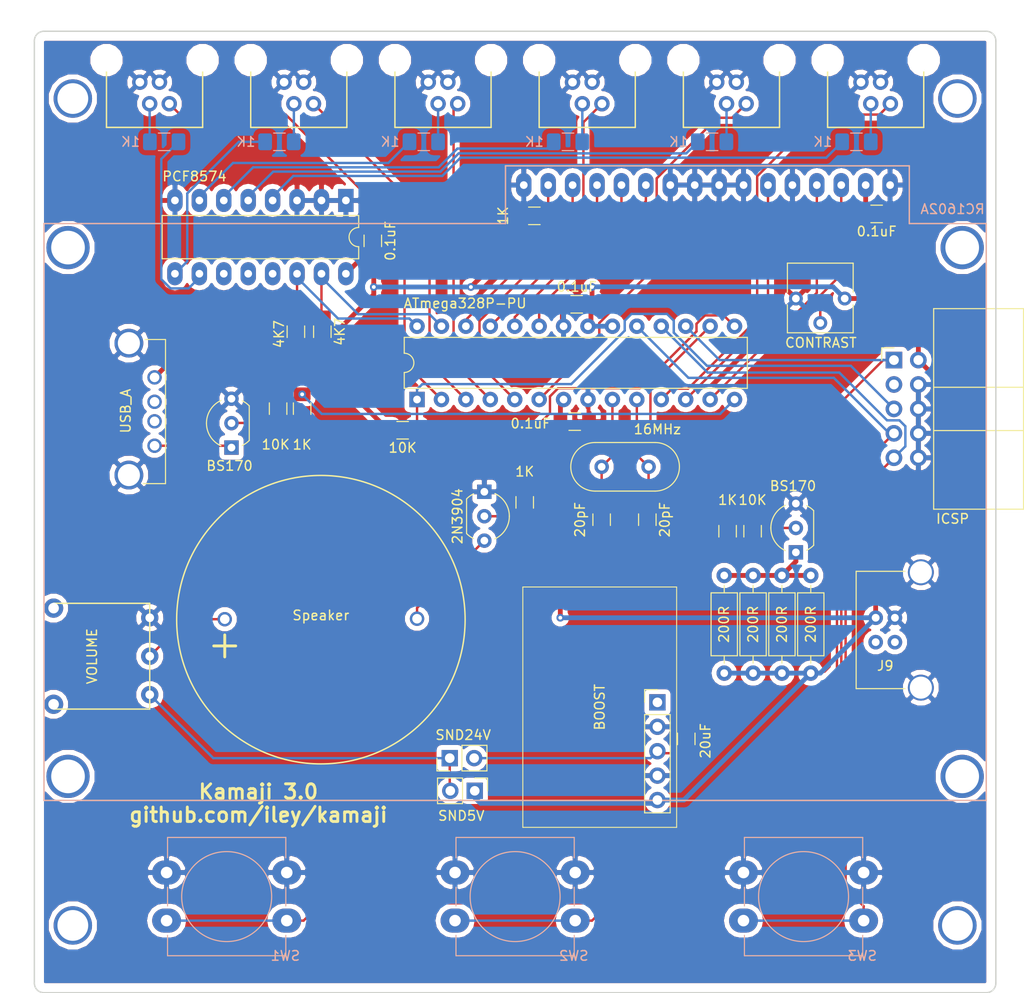
<source format=kicad_pcb>
(kicad_pcb (version 20171130) (host pcbnew "(5.0.1-3-g963ef8bb5)")
  (layers (0 F.Cu signal) (31 B.Cu signal) (34 B.Paste user) (35 F.Paste user) (36 B.SilkS user) (37 F.SilkS user) (38 B.Mask user) (39 F.Mask user) (44 Edge.Cuts user))
  (net 0 "")
  (net 1 VCC)
  (net 2 GND)
  (net 3 /XTAL1)
  (net 4 /XTAL2)
  (net 5 +24V)
  (net 6 /PBTN1)
  (net 7 "Net-(J1-Pad2)")
  (net 8 /CBTN2)
  (net 9 /CBTN3)
  (net 10 /CBTN1)
  (net 11 /RST)
  (net 12 "Net-(J3-Pad2)")
  (net 13 /PBTN2)
  (net 14 /PBTN3)
  (net 15 "Net-(J4-Pad2)")
  (net 16 "Net-(J5-Pad2)")
  (net 17 /PBTN4)
  (net 18 /PBTN5)
  (net 19 "Net-(J6-Pad2)")
  (net 20 "Net-(J7-Pad2)")
  (net 21 /PBTN6)
  (net 22 "Net-(J10-Pad4)")
  (net 23 "Net-(JP1-Pad1)")
  (net 24 "Net-(LS1-Pad2)")
  (net 25 "Net-(LS1-Pad1)")
  (net 26 "Net-(Q1-Pad2)")
  (net 27 "Net-(Q1-Pad1)")
  (net 28 "Net-(Q2-Pad2)")
  (net 29 "Net-(Q3-Pad2)")
  (net 30 /PLED1)
  (net 31 /PLED2)
  (net 32 /PLED3)
  (net 33 /PLED4)
  (net 34 /SDA)
  (net 35 /SCL)
  (net 36 /PLED5)
  (net 37 /PLED6)
  (net 38 "Net-(R10-Pad1)")
  (net 39 /LOAD)
  (net 40 /SPK)
  (net 41 /LAMP)
  (net 42 "Net-(RV1-Pad2)")
  (net 43 /LCD0)
  (net 44 /LCD1)
  (net 45 /LCD2)
  (net 46 /LCDRS)
  (net 47 /LCD3)
  (net 48 /LCDE)
  (module kamaji:Drill_Hole_M3 (layer F.Cu) (at 54 143)
    (fp_text reference REF** hide)
    (fp_text value 1pin)
    (pad "" np_thru_hole circle (at 0 0) (size 4 4) (drill 3.2) (layers *.Cu *.Mask))
  )
  (module kamaji:Drill_Hole_M3 (layer F.Cu) (at 146 57)
    (fp_text reference REF** hide)
    (fp_text value 1pin)
    (pad "" np_thru_hole circle (at 0 0) (size 4 4) (drill 3.2) (layers *.Cu *.Mask))
  )
  (module kamaji:Drill_Hole_M3 (layer F.Cu) (at 146 143)
    (fp_text reference REF** hide)
    (fp_text value 1pin)
    (pad "" np_thru_hole circle (at 0 0) (size 4 4) (drill 3.2) (layers *.Cu *.Mask))
  )
  (module kamaji:RJ10 (layer F.Cu) (at 137.5 47 180)
    (fp_text reference J1)
    (fp_text value RJ10)
    (pad "" np_thru_hole circle (at -5 -6 180) (size 2.36 2.36) (drill 2.36) (layers *.Cu *.Mask))
    (pad "" np_thru_hole circle (at 5 -6 180) (size 2.36 2.36) (drill 2.36) (layers *.Cu *.Mask))
    (pad 4 thru_hole circle (at -1.53 -10.54 180) (size 1.6 1.6) (drill 0.9) (layers *.Cu *.Mask) (net 6 /PBTN1))
    (pad 3 thru_hole circle (at -0.51 -8.3 180) (size 1.6 1.6) (drill 0.9) (layers *.Cu *.Mask) (net 2 GND))
    (pad 2 thru_hole circle (at 0.51 -10.54 180) (size 1.6 1.6) (drill 0.9) (layers *.Cu *.Mask) (net 7 "Net-(J1-Pad2)"))
    (pad 1 thru_hole circle (at 1.53 -8.3 180) (size 1.6 1.6) (drill 0.9) (layers *.Cu *.Mask) (net 2 GND))
  )
  (module kamaji:RJ10 (layer F.Cu) (at 122.5 47 180)
    (fp_text reference J3)
    (fp_text value RJ10)
    (pad 1 thru_hole circle (at 1.53 -8.3 180) (size 1.6 1.6) (drill 0.9) (layers *.Cu *.Mask) (net 2 GND))
    (pad 2 thru_hole circle (at 0.51 -10.54 180) (size 1.6 1.6) (drill 0.9) (layers *.Cu *.Mask) (net 12 "Net-(J3-Pad2)"))
    (pad 3 thru_hole circle (at -0.51 -8.3 180) (size 1.6 1.6) (drill 0.9) (layers *.Cu *.Mask) (net 2 GND))
    (pad 4 thru_hole circle (at -1.53 -10.54 180) (size 1.6 1.6) (drill 0.9) (layers *.Cu *.Mask) (net 13 /PBTN2))
    (pad "" np_thru_hole circle (at 5 -6 180) (size 2.36 2.36) (drill 2.36) (layers *.Cu *.Mask))
    (pad "" np_thru_hole circle (at -5 -6 180) (size 2.36 2.36) (drill 2.36) (layers *.Cu *.Mask))
  )
  (module kamaji:RJ10 (layer F.Cu) (at 107.5 47 180)
    (fp_text reference J4)
    (fp_text value RJ10)
    (pad "" np_thru_hole circle (at -5 -6 180) (size 2.36 2.36) (drill 2.36) (layers *.Cu *.Mask))
    (pad "" np_thru_hole circle (at 5 -6 180) (size 2.36 2.36) (drill 2.36) (layers *.Cu *.Mask))
    (pad 4 thru_hole circle (at -1.53 -10.54 180) (size 1.6 1.6) (drill 0.9) (layers *.Cu *.Mask) (net 14 /PBTN3))
    (pad 3 thru_hole circle (at -0.51 -8.3 180) (size 1.6 1.6) (drill 0.9) (layers *.Cu *.Mask) (net 2 GND))
    (pad 2 thru_hole circle (at 0.51 -10.54 180) (size 1.6 1.6) (drill 0.9) (layers *.Cu *.Mask) (net 15 "Net-(J4-Pad2)"))
    (pad 1 thru_hole circle (at 1.53 -8.3 180) (size 1.6 1.6) (drill 0.9) (layers *.Cu *.Mask) (net 2 GND))
  )
  (module kamaji:RJ10 (layer F.Cu) (at 92.5 47 180)
    (fp_text reference J5)
    (fp_text value RJ10)
    (pad 1 thru_hole circle (at 1.53 -8.3 180) (size 1.6 1.6) (drill 0.9) (layers *.Cu *.Mask) (net 2 GND))
    (pad 2 thru_hole circle (at 0.51 -10.54 180) (size 1.6 1.6) (drill 0.9) (layers *.Cu *.Mask) (net 16 "Net-(J5-Pad2)"))
    (pad 3 thru_hole circle (at -0.51 -8.3 180) (size 1.6 1.6) (drill 0.9) (layers *.Cu *.Mask) (net 2 GND))
    (pad 4 thru_hole circle (at -1.53 -10.54 180) (size 1.6 1.6) (drill 0.9) (layers *.Cu *.Mask) (net 17 /PBTN4))
    (pad "" np_thru_hole circle (at 5 -6 180) (size 2.36 2.36) (drill 2.36) (layers *.Cu *.Mask))
    (pad "" np_thru_hole circle (at -5 -6 180) (size 2.36 2.36) (drill 2.36) (layers *.Cu *.Mask))
  )
  (module kamaji:RJ10 (layer F.Cu) (at 77.5 47 180)
    (fp_text reference J6)
    (fp_text value RJ10)
    (pad "" np_thru_hole circle (at -5 -6 180) (size 2.36 2.36) (drill 2.36) (layers *.Cu *.Mask))
    (pad "" np_thru_hole circle (at 5 -6 180) (size 2.36 2.36) (drill 2.36) (layers *.Cu *.Mask))
    (pad 4 thru_hole circle (at -1.53 -10.54 180) (size 1.6 1.6) (drill 0.9) (layers *.Cu *.Mask) (net 18 /PBTN5))
    (pad 3 thru_hole circle (at -0.51 -8.3 180) (size 1.6 1.6) (drill 0.9) (layers *.Cu *.Mask) (net 2 GND))
    (pad 2 thru_hole circle (at 0.51 -10.54 180) (size 1.6 1.6) (drill 0.9) (layers *.Cu *.Mask) (net 19 "Net-(J6-Pad2)"))
    (pad 1 thru_hole circle (at 1.53 -8.3 180) (size 1.6 1.6) (drill 0.9) (layers *.Cu *.Mask) (net 2 GND))
  )
  (module kamaji:RJ10 (layer F.Cu) (at 62.5 47 180)
    (fp_text reference J7)
    (fp_text value RJ10)
    (pad 1 thru_hole circle (at 1.53 -8.3 180) (size 1.6 1.6) (drill 0.9) (layers *.Cu *.Mask) (net 2 GND))
    (pad 2 thru_hole circle (at 0.51 -10.54 180) (size 1.6 1.6) (drill 0.9) (layers *.Cu *.Mask) (net 20 "Net-(J7-Pad2)"))
    (pad 3 thru_hole circle (at -0.51 -8.3 180) (size 1.6 1.6) (drill 0.9) (layers *.Cu *.Mask) (net 2 GND))
    (pad 4 thru_hole circle (at -1.53 -10.54 180) (size 1.6 1.6) (drill 0.9) (layers *.Cu *.Mask) (net 21 /PBTN6))
    (pad "" np_thru_hole circle (at 5 -6 180) (size 2.36 2.36) (drill 2.36) (layers *.Cu *.Mask))
    (pad "" np_thru_hole circle (at -5 -6 180) (size 2.36 2.36) (drill 2.36) (layers *.Cu *.Mask))
  )
  (module kamaji:DD1718PA (layer F.Cu) (at 114.8 119.8)
    (fp_text reference J8)
    (fp_text value BOOST (at -6 0.5 90) (layer F.SilkS))
    (pad 1 thru_hole rect (at 0 0) (size 1.7 1.7) (drill 1) (layers *.Cu *.Mask))
    (pad 2 thru_hole oval (at 0 2.54) (size 1.7 1.7) (drill 1) (layers *.Cu *.Mask) (net 2 GND))
    (pad 3 thru_hole oval (at 0 5.08) (size 1.7 1.7) (drill 1) (layers *.Cu *.Mask) (net 5 +24V))
    (pad 4 thru_hole oval (at 0 7.62) (size 1.7 1.7) (drill 1) (layers *.Cu *.Mask) (net 2 GND))
    (pad 5 thru_hole oval (at 0 10.16) (size 1.7 1.7) (drill 1) (layers *.Cu *.Mask) (net 1 VCC))
  )
  (module kamaji:USB_B (layer F.Cu) (at 137.5 111)
    (fp_text reference J9 (at 1 5 -180) (layer F.SilkS))
    (fp_text value USB_B)
    (pad 2 thru_hole circle (at 0 2.54 270) (size 1.52 1.52) (drill 0.81) (layers *.Cu *.Mask))
    (pad 1 thru_hole circle (at 0 0 270) (size 1.52 1.52) (drill 0.81) (layers *.Cu *.Mask) (net 1 VCC))
    (pad 4 thru_hole circle (at 2 0 270) (size 1.52 1.52) (drill 0.81) (layers *.Cu *.Mask) (net 2 GND))
    (pad 3 thru_hole circle (at 2 2.54 270) (size 1.52 1.52) (drill 0.81) (layers *.Cu *.Mask))
    (pad 5 thru_hole circle (at 4.7 7.27 270) (size 2.7 2.7) (drill 2.3) (layers *.Cu *.Mask) (net 2 GND))
    (pad 5 thru_hole circle (at 4.7 -4.73 270) (size 2.7 2.7) (drill 2.3) (layers *.Cu *.Mask) (net 2 GND))
  )
  (module kamaji:USB_A (layer F.Cu) (at 62.5 86 270)
    (fp_text reference J10 hide)
    (fp_text value USB_A (at 3.5 3 270) (layer F.SilkS))
    (pad 4 thru_hole circle (at 7.11 0 180) (size 1.5 1.5) (drill 1) (layers *.Cu *.Mask) (net 22 "Net-(J10-Pad4)"))
    (pad 3 thru_hole circle (at 4.57 0 180) (size 1.5 1.5) (drill 1) (layers *.Cu *.Mask))
    (pad 2 thru_hole circle (at 2.54 0 180) (size 1.5 1.5) (drill 1) (layers *.Cu *.Mask))
    (pad 1 thru_hole circle (at 0 0 180) (size 1.5 1.5) (drill 1) (layers *.Cu *.Mask) (net 1 VCC))
    (pad 5 thru_hole circle (at 10.16 2.67 180) (size 3 3) (drill 2.3) (layers *.Cu *.Mask) (net 2 GND))
    (pad 5 thru_hole circle (at -3.56 2.67 180) (size 3 3) (drill 2.3) (layers *.Cu *.Mask) (net 2 GND))
  )
  (module Connector_PinHeader_2.54mm:PinHeader_1x02_P2.54mm_Vertical (layer F.Cu) (at 93.2 125.6 90)
    (fp_text reference JP1 hide)
    (fp_text value SND24V (at 2.4 1.4 180) (layer F.SilkS))
    (pad 2 thru_hole oval (at 0 2.54 90) (size 1.7 1.7) (drill 1) (layers *.Cu *.Mask) (net 5 +24V))
    (pad 1 thru_hole rect (at 0 0 90) (size 1.7 1.7) (drill 1) (layers *.Cu *.Mask) (net 23 "Net-(JP1-Pad1)"))
  )
  (module Connector_PinHeader_2.54mm:PinHeader_1x02_P2.54mm_Vertical (layer F.Cu) (at 95.8 129 270)
    (fp_text reference JP2 hide)
    (fp_text value SND5V (at 2.6 1.4) (layer F.SilkS))
    (pad 1 thru_hole rect (at 0 0 270) (size 1.7 1.7) (drill 1) (layers *.Cu *.Mask) (net 1 VCC))
    (pad 2 thru_hole oval (at 0 2.54 270) (size 1.7 1.7) (drill 1) (layers *.Cu *.Mask) (net 23 "Net-(JP1-Pad1)"))
  )
  (module kamaji:Buzzer_ARIO_98dB (layer F.Cu) (at 79.8 111.2)
    (fp_text reference LS1 hide)
    (fp_text value Speaker (at 0 -0.45) (layer F.SilkS))
    (fp_text user + (at -10 2.5) (layer F.SilkS) (effects (font (size 3 3) (thickness 0.3))))
    (pad 2 thru_hole circle (at 10 -0.1) (size 1.5 1.5) (drill 1) (layers *.Cu *.Mask) (net 24 "Net-(LS1-Pad2)"))
    (pad 1 thru_hole circle (at -10 -0.05) (size 1.5 1.5) (drill 1) (layers *.Cu *.Mask) (net 25 "Net-(LS1-Pad1)"))
  )
  (module Resistor_THT:R_Axial_DIN0207_L6.3mm_D2.5mm_P10.16mm_Horizontal (layer F.Cu) (at 130.75 106.6 270)
    (fp_text reference R14 hide)
    (fp_text value 200R (at 5.08 0 270) (layer F.SilkS))
    (pad 2 thru_hole oval (at 10.16 0 270) (size 1.6 1.6) (drill 0.8) (layers *.Cu *.Mask) (net 1 VCC))
    (pad 1 thru_hole circle (at 0 0 270) (size 1.6 1.6) (drill 0.8) (layers *.Cu *.Mask) (net 27 "Net-(Q1-Pad1)"))
  )
  (module Resistor_THT:R_Axial_DIN0207_L6.3mm_D2.5mm_P10.16mm_Horizontal (layer F.Cu) (at 121.75 106.6 270)
    (fp_text reference R15 hide)
    (fp_text value 200R (at 5.08 0.024999 270) (layer F.SilkS))
    (pad 2 thru_hole oval (at 10.16 0 270) (size 1.6 1.6) (drill 0.8) (layers *.Cu *.Mask) (net 1 VCC))
    (pad 1 thru_hole circle (at 0 0 270) (size 1.6 1.6) (drill 0.8) (layers *.Cu *.Mask) (net 27 "Net-(Q1-Pad1)"))
  )
  (module Resistor_THT:R_Axial_DIN0207_L6.3mm_D2.5mm_P10.16mm_Horizontal (layer F.Cu) (at 127.75 106.6 270)
    (fp_text reference R16 hide)
    (fp_text value 200R (at 5.08 0 270) (layer F.SilkS))
    (pad 2 thru_hole oval (at 10.16 0 270) (size 1.6 1.6) (drill 0.8) (layers *.Cu *.Mask) (net 1 VCC))
    (pad 1 thru_hole circle (at 0 0 270) (size 1.6 1.6) (drill 0.8) (layers *.Cu *.Mask) (net 27 "Net-(Q1-Pad1)"))
  )
  (module Resistor_THT:R_Axial_DIN0207_L6.3mm_D2.5mm_P10.16mm_Horizontal (layer F.Cu) (at 124.75 106.6 270)
    (fp_text reference R17 hide)
    (fp_text value 200R (at 5.08 0 270) (layer F.SilkS))
    (pad 1 thru_hole circle (at 0 0 270) (size 1.6 1.6) (drill 0.8) (layers *.Cu *.Mask) (net 27 "Net-(Q1-Pad1)"))
    (pad 2 thru_hole oval (at 10.16 0 270) (size 1.6 1.6) (drill 0.8) (layers *.Cu *.Mask) (net 1 VCC))
  )
  (module Potentiometer_THT:Potentiometer_Vishay_T73YP_Vertical (layer F.Cu) (at 129.2 77.8 270)
    (fp_text reference RV1 hide)
    (fp_text value CONTRAST (at 4.6 -2.6) (layer F.SilkS))
    (pad 3 thru_hole circle (at 0 -5.08 270) (size 1.44 1.44) (drill 0.8) (layers *.Cu *.Mask) (net 1 VCC))
    (pad 2 thru_hole circle (at 2.54 -2.54 270) (size 1.44 1.44) (drill 0.8) (layers *.Cu *.Mask) (net 42 "Net-(RV1-Pad2)"))
    (pad 1 thru_hole circle (at 0 0 270) (size 1.44 1.44) (drill 0.8) (layers *.Cu *.Mask) (net 2 GND))
  )
  (module kamaji:Potentiometer_Wheel_16mm (layer F.Cu) (at 56 115 90)
    (fp_text reference RV2 hide)
    (fp_text value VOLUME (at 0 0 90) (layer F.SilkS))
    (pad 1 thru_hole circle (at -4 6 90) (size 1.8 1.8) (drill 0.9) (layers *.Cu *.Mask) (net 23 "Net-(JP1-Pad1)"))
    (pad 2 thru_hole circle (at 0 6 90) (size 1.8 1.8) (drill 0.9) (layers *.Cu *.Mask) (net 25 "Net-(LS1-Pad1)"))
    (pad 3 thru_hole circle (at 4 6 90) (size 1.8 1.8) (drill 0.9) (layers *.Cu *.Mask) (net 2 GND))
    (pad "" np_thru_hole circle (at -5 -4 90) (size 2 2) (drill 1.1) (layers *.Cu *.Mask))
    (pad "" np_thru_hole circle (at 5 -4 90) (size 2 2) (drill 1.1) (layers *.Cu *.Mask))
  )
  (module kamaji:Pushbutton_12mm (layer B.Cu) (at 70 140)
    (fp_text reference SW1 (at 6.1 6.16) (layer B.SilkS) (effects (justify mirror)))
    (fp_text value CTL1)
    (pad 1 thru_hole oval (at 6.25 2.5) (size 3 2.5) (drill 1.2) (layers *.Cu *.Mask) (net 10 /CBTN1))
    (pad 2 thru_hole oval (at 6.25 -2.5) (size 3 2.5) (drill 1.2) (layers *.Cu *.Mask) (net 2 GND))
    (pad 1 thru_hole oval (at -6.25 2.5) (size 3 2.5) (drill 1.2) (layers *.Cu *.Mask) (net 10 /CBTN1))
    (pad 2 thru_hole oval (at -6.25 -2.5) (size 3 2.5) (drill 1.2) (layers *.Cu *.Mask) (net 2 GND))
  )
  (module kamaji:Pushbutton_12mm (layer B.Cu) (at 100 140)
    (fp_text reference SW2 (at 6.1 6.16) (layer B.SilkS) (effects (justify mirror)))
    (fp_text value CTL2)
    (pad 2 thru_hole oval (at -6.25 -2.5) (size 3 2.5) (drill 1.2) (layers *.Cu *.Mask) (net 2 GND))
    (pad 1 thru_hole oval (at -6.25 2.5) (size 3 2.5) (drill 1.2) (layers *.Cu *.Mask) (net 8 /CBTN2))
    (pad 2 thru_hole oval (at 6.25 -2.5) (size 3 2.5) (drill 1.2) (layers *.Cu *.Mask) (net 2 GND))
    (pad 1 thru_hole oval (at 6.25 2.5) (size 3 2.5) (drill 1.2) (layers *.Cu *.Mask) (net 8 /CBTN2))
  )
  (module kamaji:Pushbutton_12mm (layer B.Cu) (at 130 140)
    (fp_text reference SW3 (at 6.1 6.16) (layer B.SilkS) (effects (justify mirror)))
    (fp_text value CTL3)
    (pad 1 thru_hole oval (at 6.25 2.5) (size 3 2.5) (drill 1.2) (layers *.Cu *.Mask) (net 9 /CBTN3))
    (pad 2 thru_hole oval (at 6.25 -2.5) (size 3 2.5) (drill 1.2) (layers *.Cu *.Mask) (net 2 GND))
    (pad 1 thru_hole oval (at -6.25 2.5) (size 3 2.5) (drill 1.2) (layers *.Cu *.Mask) (net 9 /CBTN3))
    (pad 2 thru_hole oval (at -6.25 -2.5) (size 3 2.5) (drill 1.2) (layers *.Cu *.Mask) (net 2 GND))
  )
  (module Package_DIP:DIP-28_W7.62mm (layer F.Cu) (at 89.8 88.3 90)
    (fp_text reference U1 hide)
    (fp_text value ATmega328P-PU (at 10 5 180) (layer F.SilkS))
    (pad 1 thru_hole rect (at 0 0 90) (size 1.6 1.6) (drill 0.8) (layers *.Cu *.Mask) (net 11 /RST))
    (pad 15 thru_hole oval (at 7.62 33.02 90) (size 1.6 1.6) (drill 0.8) (layers *.Cu *.Mask) (net 40 /SPK))
    (pad 2 thru_hole oval (at 0 2.54 90) (size 1.6 1.6) (drill 0.8) (layers *.Cu *.Mask) (net 21 /PBTN6))
    (pad 16 thru_hole oval (at 7.62 30.48 90) (size 1.6 1.6) (drill 0.8) (layers *.Cu *.Mask) (net 39 /LOAD))
    (pad 3 thru_hole oval (at 0 5.08 90) (size 1.6 1.6) (drill 0.8) (layers *.Cu *.Mask) (net 18 /PBTN5))
    (pad 17 thru_hole oval (at 7.62 27.94 90) (size 1.6 1.6) (drill 0.8) (layers *.Cu *.Mask) (net 10 /CBTN1))
    (pad 4 thru_hole oval (at 0 7.62 90) (size 1.6 1.6) (drill 0.8) (layers *.Cu *.Mask) (net 17 /PBTN4))
    (pad 18 thru_hole oval (at 7.62 25.4 90) (size 1.6 1.6) (drill 0.8) (layers *.Cu *.Mask) (net 9 /CBTN3))
    (pad 5 thru_hole oval (at 0 10.16 90) (size 1.6 1.6) (drill 0.8) (layers *.Cu *.Mask) (net 14 /PBTN3))
    (pad 19 thru_hole oval (at 7.62 22.86 90) (size 1.6 1.6) (drill 0.8) (layers *.Cu *.Mask) (net 8 /CBTN2))
    (pad 6 thru_hole oval (at 0 12.7 90) (size 1.6 1.6) (drill 0.8) (layers *.Cu *.Mask) (net 13 /PBTN2))
    (pad 20 thru_hole oval (at 7.62 20.32 90) (size 1.6 1.6) (drill 0.8) (layers *.Cu *.Mask) (net 1 VCC))
    (pad 7 thru_hole oval (at 0 15.24 90) (size 1.6 1.6) (drill 0.8) (layers *.Cu *.Mask) (net 1 VCC))
    (pad 21 thru_hole oval (at 7.62 17.78 90) (size 1.6 1.6) (drill 0.8) (layers *.Cu *.Mask) (net 1 VCC))
    (pad 8 thru_hole oval (at 0 17.78 90) (size 1.6 1.6) (drill 0.8) (layers *.Cu *.Mask) (net 2 GND))
    (pad 22 thru_hole oval (at 7.62 15.24 90) (size 1.6 1.6) (drill 0.8) (layers *.Cu *.Mask) (net 2 GND))
    (pad 9 thru_hole oval (at 0 20.32 90) (size 1.6 1.6) (drill 0.8) (layers *.Cu *.Mask) (net 3 /XTAL1))
    (pad 23 thru_hole oval (at 7.62 12.7 90) (size 1.6 1.6) (drill 0.8) (layers *.Cu *.Mask) (net 43 /LCD0))
    (pad 10 thru_hole oval (at 0 22.86 90) (size 1.6 1.6) (drill 0.8) (layers *.Cu *.Mask) (net 4 /XTAL2))
    (pad 24 thru_hole oval (at 7.62 10.16 90) (size 1.6 1.6) (drill 0.8) (layers *.Cu *.Mask) (net 44 /LCD1))
    (pad 11 thru_hole oval (at 0 25.4 90) (size 1.6 1.6) (drill 0.8) (layers *.Cu *.Mask) (net 6 /PBTN1))
    (pad 25 thru_hole oval (at 7.62 7.62 90) (size 1.6 1.6) (drill 0.8) (layers *.Cu *.Mask) (net 45 /LCD2))
    (pad 12 thru_hole oval (at 0 27.94 90) (size 1.6 1.6) (drill 0.8) (layers *.Cu *.Mask) (net 48 /LCDE))
    (pad 26 thru_hole oval (at 7.62 5.08 90) (size 1.6 1.6) (drill 0.8) (layers *.Cu *.Mask) (net 47 /LCD3))
    (pad 13 thru_hole oval (at 0 30.48 90) (size 1.6 1.6) (drill 0.8) (layers *.Cu *.Mask) (net 46 /LCDRS))
    (pad 27 thru_hole oval (at 7.62 2.54 90) (size 1.6 1.6) (drill 0.8) (layers *.Cu *.Mask) (net 34 /SDA))
    (pad 14 thru_hole oval (at 0 33.02 90) (size 1.6 1.6) (drill 0.8) (layers *.Cu *.Mask) (net 41 /LAMP))
    (pad 28 thru_hole oval (at 7.62 0 90) (size 1.6 1.6) (drill 0.8) (layers *.Cu *.Mask) (net 35 /SCL))
  )
  (module Package_DIP:DIP-16_W7.62mm_LongPads (layer F.Cu) (at 82.4 67.6 270)
    (fp_text reference U2 hide)
    (fp_text value PCF8574 (at -2.5 15.75) (layer F.SilkS))
    (pad 1 thru_hole rect (at 0 0 270) (size 2.4 1.6) (drill 0.8) (layers *.Cu *.Mask) (net 2 GND))
    (pad 9 thru_hole oval (at 7.62 17.78 270) (size 2.4 1.6) (drill 0.8) (layers *.Cu *.Mask) (net 36 /PLED5))
    (pad 2 thru_hole oval (at 0 2.54 270) (size 2.4 1.6) (drill 0.8) (layers *.Cu *.Mask) (net 2 GND))
    (pad 10 thru_hole oval (at 7.62 15.24 270) (size 2.4 1.6) (drill 0.8) (layers *.Cu *.Mask) (net 37 /PLED6))
    (pad 3 thru_hole oval (at 0 5.08 270) (size 2.4 1.6) (drill 0.8) (layers *.Cu *.Mask) (net 2 GND))
    (pad 11 thru_hole oval (at 7.62 12.7 270) (size 2.4 1.6) (drill 0.8) (layers *.Cu *.Mask))
    (pad 4 thru_hole oval (at 0 7.62 270) (size 2.4 1.6) (drill 0.8) (layers *.Cu *.Mask) (net 30 /PLED1))
    (pad 12 thru_hole oval (at 7.62 10.16 270) (size 2.4 1.6) (drill 0.8) (layers *.Cu *.Mask))
    (pad 5 thru_hole oval (at 0 10.16 270) (size 2.4 1.6) (drill 0.8) (layers *.Cu *.Mask) (net 31 /PLED2))
    (pad 13 thru_hole oval (at 7.62 7.62 270) (size 2.4 1.6) (drill 0.8) (layers *.Cu *.Mask))
    (pad 6 thru_hole oval (at 0 12.7 270) (size 2.4 1.6) (drill 0.8) (layers *.Cu *.Mask) (net 32 /PLED3))
    (pad 14 thru_hole oval (at 7.62 5.08 270) (size 2.4 1.6) (drill 0.8) (layers *.Cu *.Mask) (net 35 /SCL))
    (pad 7 thru_hole oval (at 0 15.24 270) (size 2.4 1.6) (drill 0.8) (layers *.Cu *.Mask) (net 33 /PLED4))
    (pad 15 thru_hole oval (at 7.62 2.54 270) (size 2.4 1.6) (drill 0.8) (layers *.Cu *.Mask) (net 34 /SDA))
    (pad 8 thru_hole oval (at 0 17.78 270) (size 2.4 1.6) (drill 0.8) (layers *.Cu *.Mask) (net 2 GND))
    (pad 16 thru_hole oval (at 7.62 0 270) (size 2.4 1.6) (drill 0.8) (layers *.Cu *.Mask) (net 1 VCC))
  )
  (module kamaji:LCD2004 (layer B.Cu) (at 139 72 180)
    (fp_text reference U3)
    (fp_text value RC1602A (at -6.5 3.5 180) (layer B.SilkS) (effects (justify mirror)))
    (pad 1 thru_hole oval (at 0 6 180) (size 1.6 2.5) (drill 0.8) (layers *.Cu *.Mask) (net 2 GND))
    (pad 2 thru_hole oval (at 2.54 6 180) (size 1.6 2.5) (drill 0.8) (layers *.Cu *.Mask) (net 1 VCC))
    (pad 3 thru_hole oval (at 5.08 6 180) (size 1.6 2.5) (drill 0.8) (layers *.Cu *.Mask) (net 42 "Net-(RV1-Pad2)"))
    (pad 4 thru_hole oval (at 7.62 6 180) (size 1.6 2.5) (drill 0.8) (layers *.Cu *.Mask) (net 46 /LCDRS))
    (pad 5 thru_hole oval (at 10.16 6 180) (size 1.6 2.5) (drill 0.8) (layers *.Cu *.Mask) (net 2 GND))
    (pad 6 thru_hole oval (at 12.7 6 180) (size 1.6 2.5) (drill 0.8) (layers *.Cu *.Mask) (net 48 /LCDE))
    (pad 7 thru_hole oval (at 15.24 6 180) (size 1.6 2.5) (drill 0.8) (layers *.Cu *.Mask) (net 2 GND))
    (pad 8 thru_hole oval (at 17.78 6 180) (size 1.6 2.5) (drill 0.8) (layers *.Cu *.Mask) (net 2 GND))
    (pad 9 thru_hole oval (at 20.32 6 180) (size 1.6 2.5) (drill 0.8) (layers *.Cu *.Mask) (net 2 GND))
    (pad 10 thru_hole oval (at 22.86 6 180) (size 1.6 2.5) (drill 0.8) (layers *.Cu *.Mask) (net 2 GND))
    (pad 11 thru_hole oval (at 25.4 6 180) (size 1.6 2.5) (drill 0.8) (layers *.Cu *.Mask) (net 43 /LCD0))
    (pad 12 thru_hole oval (at 27.94 6 180) (size 1.6 2.5) (drill 0.8) (layers *.Cu *.Mask) (net 44 /LCD1))
    (pad 13 thru_hole oval (at 30.48 6 180) (size 1.6 2.5) (drill 0.8) (layers *.Cu *.Mask) (net 45 /LCD2))
    (pad 14 thru_hole oval (at 33.02 6 180) (size 1.6 2.5) (drill 0.8) (layers *.Cu *.Mask) (net 47 /LCD3))
    (pad 15 thru_hole oval (at 35.56 6 180) (size 1.6 2.5) (drill 0.8) (layers *.Cu *.Mask) (net 38 "Net-(R10-Pad1)"))
    (pad 16 thru_hole oval (at 38.1 6 180) (size 1.6 2.5) (drill 0.8) (layers *.Cu *.Mask) (net 2 GND))
    (pad "" np_thru_hole circle (at -7.5 -0.5 180) (size 4.5 4.5) (drill 3.5) (layers *.Cu *.Mask))
    (pad "" np_thru_hole circle (at 85.5 -0.5 180) (size 4.5 4.5) (drill 3.5) (layers *.Cu *.Mask))
    (pad "" np_thru_hole circle (at 85.5 -55.5 180) (size 4.5 4.5) (drill 3.5) (layers *.Cu *.Mask))
    (pad "" np_thru_hole circle (at -7.5 -55.5 180) (size 4.5 4.5) (drill 3.5) (layers *.Cu *.Mask))
  )
  (module Crystal:Crystal_HC49-U_Vertical (layer F.Cu) (at 109 95.3)
    (fp_text reference Y1 hide)
    (fp_text value 16MHz (at 5.8 -3.9) (layer F.SilkS))
    (pad 1 thru_hole circle (at 0 0) (size 1.5 1.5) (drill 0.8) (layers *.Cu *.Mask) (net 3 /XTAL1))
    (pad 2 thru_hole circle (at 4.88 0) (size 1.5 1.5) (drill 0.8) (layers *.Cu *.Mask) (net 4 /XTAL2))
  )
  (module Connector_IDC:IDC-Header_2x05_P2.54mm_Horizontal (layer F.Cu) (at 139.4 84.2)
    (fp_text reference J2 hide)
    (fp_text value ICSP (at 6.105 16.51) (layer F.SilkS))
    (pad 1 thru_hole rect (at 0 0) (size 1.7272 1.7272) (drill 1.016) (layers *.Cu *.Mask) (net 10 /CBTN1))
    (pad 2 thru_hole oval (at 2.54 0) (size 1.7272 1.7272) (drill 1.016) (layers *.Cu *.Mask) (net 1 VCC))
    (pad 3 thru_hole oval (at 0 2.54) (size 1.7272 1.7272) (drill 1.016) (layers *.Cu *.Mask))
    (pad 4 thru_hole oval (at 2.54 2.54) (size 1.7272 1.7272) (drill 1.016) (layers *.Cu *.Mask) (net 2 GND))
    (pad 5 thru_hole oval (at 0 5.08) (size 1.7272 1.7272) (drill 1.016) (layers *.Cu *.Mask) (net 11 /RST))
    (pad 6 thru_hole oval (at 2.54 5.08) (size 1.7272 1.7272) (drill 1.016) (layers *.Cu *.Mask) (net 2 GND))
    (pad 7 thru_hole oval (at 0 7.62) (size 1.7272 1.7272) (drill 1.016) (layers *.Cu *.Mask) (net 8 /CBTN2))
    (pad 8 thru_hole oval (at 2.54 7.62) (size 1.7272 1.7272) (drill 1.016) (layers *.Cu *.Mask) (net 2 GND))
    (pad 9 thru_hole oval (at 0 10.16) (size 1.7272 1.7272) (drill 1.016) (layers *.Cu *.Mask) (net 9 /CBTN3))
    (pad 10 thru_hole oval (at 2.54 10.16) (size 1.7272 1.7272) (drill 1.016) (layers *.Cu *.Mask) (net 2 GND))
  )
  (module Capacitor_SMD:C_1206_3216Metric_Pad1.42x1.75mm_HandSolder (layer F.Cu) (at 137.6 69)
    (fp_text reference C1 hide)
    (fp_text value 0.1uF (at 0 1.82) (layer F.SilkS))
    (pad 1 smd roundrect (at -1.4875 0) (size 1.425 1.75) (layers F.Cu F.Paste F.Mask) (roundrect_rratio 0.175439) (net 1 VCC))
    (pad 2 smd roundrect (at 1.4875 0) (size 1.425 1.75) (layers F.Cu F.Paste F.Mask) (roundrect_rratio 0.175439) (net 2 GND))
  )
  (module Capacitor_SMD:C_1206_3216Metric_Pad1.42x1.75mm_HandSolder (layer F.Cu) (at 109 100.8 90)
    (fp_text reference C2 hide)
    (fp_text value 20pF (at 0 -2.25 90) (layer F.SilkS))
    (pad 2 smd roundrect (at 1.4875 0 90) (size 1.425 1.75) (layers F.Cu F.Paste F.Mask) (roundrect_rratio 0.175439) (net 3 /XTAL1))
    (pad 1 smd roundrect (at -1.4875 0 90) (size 1.425 1.75) (layers F.Cu F.Paste F.Mask) (roundrect_rratio 0.175439) (net 2 GND))
  )
  (module Capacitor_SMD:C_1206_3216Metric_Pad1.42x1.75mm_HandSolder (layer F.Cu) (at 113.75 100.8 90)
    (fp_text reference C3 hide)
    (fp_text value 20pF (at 0 1.82 90) (layer F.SilkS))
    (pad 1 smd roundrect (at -1.4875 0 90) (size 1.425 1.75) (layers F.Cu F.Paste F.Mask) (roundrect_rratio 0.175439) (net 2 GND))
    (pad 2 smd roundrect (at 1.4875 0 90) (size 1.425 1.75) (layers F.Cu F.Paste F.Mask) (roundrect_rratio 0.175439) (net 4 /XTAL2))
  )
  (module Capacitor_SMD:C_1206_3216Metric_Pad1.42x1.75mm_HandSolder (layer F.Cu) (at 85.2 71.8 90)
    (fp_text reference C4 hide)
    (fp_text value 0.1uF (at 0 1.82 90) (layer F.SilkS))
    (pad 1 smd roundrect (at -1.4875 0 90) (size 1.425 1.75) (layers F.Cu F.Paste F.Mask) (roundrect_rratio 0.175439) (net 1 VCC))
    (pad 2 smd roundrect (at 1.4875 0 90) (size 1.425 1.75) (layers F.Cu F.Paste F.Mask) (roundrect_rratio 0.175439) (net 2 GND))
  )
  (module Capacitor_SMD:C_1206_3216Metric_Pad1.42x1.75mm_HandSolder (layer F.Cu) (at 106.4 78.4 180)
    (fp_text reference C5 hide)
    (fp_text value 0.1uF (at 0 1.82 180) (layer F.SilkS))
    (pad 2 smd roundrect (at 1.4875 0 180) (size 1.425 1.75) (layers F.Cu F.Paste F.Mask) (roundrect_rratio 0.175439) (net 2 GND))
    (pad 1 smd roundrect (at -1.4875 0 180) (size 1.425 1.75) (layers F.Cu F.Paste F.Mask) (roundrect_rratio 0.175439) (net 1 VCC))
  )
  (module Capacitor_SMD:C_1206_3216Metric_Pad1.42x1.75mm_HandSolder (layer F.Cu) (at 117.8 123.6 90)
    (fp_text reference C6 hide)
    (fp_text value 20uF (at -0.2 2 90) (layer F.SilkS))
    (pad 2 smd roundrect (at 1.4875 0 90) (size 1.425 1.75) (layers F.Cu F.Paste F.Mask) (roundrect_rratio 0.175439) (net 2 GND))
    (pad 1 smd roundrect (at -1.4875 0 90) (size 1.425 1.75) (layers F.Cu F.Paste F.Mask) (roundrect_rratio 0.175439) (net 5 +24V))
  )
  (module Resistor_SMD:R_1206_3216Metric_Pad1.42x1.75mm_HandSolder (layer B.Cu) (at 135.5 61.5 180)
    (fp_text reference R1 hide)
    (fp_text value 1K (at 3.5 0 180) (layer B.SilkS) (effects (justify mirror)))
    (pad 2 smd roundrect (at 1.4875 0 180) (size 1.425 1.75) (layers B.Cu B.Paste B.Mask) (roundrect_rratio 0.175439) (net 30 /PLED1))
    (pad 1 smd roundrect (at -1.4875 0 180) (size 1.425 1.75) (layers B.Cu B.Paste B.Mask) (roundrect_rratio 0.175439) (net 7 "Net-(J1-Pad2)"))
  )
  (module Resistor_SMD:R_1206_3216Metric_Pad1.42x1.75mm_HandSolder (layer B.Cu) (at 120.4875 61.5 180)
    (fp_text reference R2 hide)
    (fp_text value 1K (at 3.4875 0 180) (layer B.SilkS) (effects (justify mirror)))
    (pad 1 smd roundrect (at -1.4875 0 180) (size 1.425 1.75) (layers B.Cu B.Paste B.Mask) (roundrect_rratio 0.175439) (net 12 "Net-(J3-Pad2)"))
    (pad 2 smd roundrect (at 1.4875 0 180) (size 1.425 1.75) (layers B.Cu B.Paste B.Mask) (roundrect_rratio 0.175439) (net 31 /PLED2))
  )
  (module Resistor_SMD:R_1206_3216Metric_Pad1.42x1.75mm_HandSolder (layer B.Cu) (at 105.5 61.5 180)
    (fp_text reference R3 hide)
    (fp_text value 1K (at 3.5 0 180) (layer B.SilkS) (effects (justify mirror)))
    (pad 2 smd roundrect (at 1.4875 0 180) (size 1.425 1.75) (layers B.Cu B.Paste B.Mask) (roundrect_rratio 0.175439) (net 32 /PLED3))
    (pad 1 smd roundrect (at -1.4875 0 180) (size 1.425 1.75) (layers B.Cu B.Paste B.Mask) (roundrect_rratio 0.175439) (net 15 "Net-(J4-Pad2)"))
  )
  (module Resistor_SMD:R_1206_3216Metric_Pad1.42x1.75mm_HandSolder (layer B.Cu) (at 90.5 61.5 180)
    (fp_text reference R5 hide)
    (fp_text value 1K (at 3.5 0 180) (layer B.SilkS) (effects (justify mirror)))
    (pad 1 smd roundrect (at -1.4875 0 180) (size 1.425 1.75) (layers B.Cu B.Paste B.Mask) (roundrect_rratio 0.175439) (net 16 "Net-(J5-Pad2)"))
    (pad 2 smd roundrect (at 1.4875 0 180) (size 1.425 1.75) (layers B.Cu B.Paste B.Mask) (roundrect_rratio 0.175439) (net 33 /PLED4))
  )
  (module Resistor_SMD:R_1206_3216Metric_Pad1.42x1.75mm_HandSolder (layer F.Cu) (at 79.95 81.25 90)
    (fp_text reference R6 hide)
    (fp_text value 4K7 (at 0 1.82 90) (layer F.SilkS))
    (pad 1 smd roundrect (at -1.4875 0 90) (size 1.425 1.75) (layers F.Cu F.Paste F.Mask) (roundrect_rratio 0.175439) (net 1 VCC))
    (pad 2 smd roundrect (at 1.4875 0 90) (size 1.425 1.75) (layers F.Cu F.Paste F.Mask) (roundrect_rratio 0.175439) (net 34 /SDA))
  )
  (module Resistor_SMD:R_1206_3216Metric_Pad1.42x1.75mm_HandSolder (layer F.Cu) (at 77.2 81.25 90)
    (fp_text reference R7 hide)
    (fp_text value 4K7 (at -0.25 -1.75 90) (layer F.SilkS))
    (pad 2 smd roundrect (at 1.4875 0 90) (size 1.425 1.75) (layers F.Cu F.Paste F.Mask) (roundrect_rratio 0.175439) (net 35 /SCL))
    (pad 1 smd roundrect (at -1.4875 0 90) (size 1.425 1.75) (layers F.Cu F.Paste F.Mask) (roundrect_rratio 0.175439) (net 1 VCC))
  )
  (module Resistor_SMD:R_1206_3216Metric_Pad1.42x1.75mm_HandSolder (layer B.Cu) (at 75.4875 61.5 180)
    (fp_text reference R8 hide)
    (fp_text value 1K (at 3.4875 0 180) (layer B.SilkS) (effects (justify mirror)))
    (pad 2 smd roundrect (at 1.4875 0 180) (size 1.425 1.75) (layers B.Cu B.Paste B.Mask) (roundrect_rratio 0.175439) (net 36 /PLED5))
    (pad 1 smd roundrect (at -1.4875 0 180) (size 1.425 1.75) (layers B.Cu B.Paste B.Mask) (roundrect_rratio 0.175439) (net 19 "Net-(J6-Pad2)"))
  )
  (module Resistor_SMD:R_1206_3216Metric_Pad1.42x1.75mm_HandSolder (layer B.Cu) (at 63.5 61.5)
    (fp_text reference R9 hide)
    (fp_text value 1K (at -3.5 0) (layer B.SilkS) (effects (justify mirror)))
    (pad 2 smd roundrect (at 1.4875 0) (size 1.425 1.75) (layers B.Cu B.Paste B.Mask) (roundrect_rratio 0.175439) (net 37 /PLED6))
    (pad 1 smd roundrect (at -1.4875 0) (size 1.425 1.75) (layers B.Cu B.Paste B.Mask) (roundrect_rratio 0.175439) (net 20 "Net-(J7-Pad2)"))
  )
  (module Resistor_SMD:R_1206_3216Metric_Pad1.42x1.75mm_HandSolder (layer F.Cu) (at 102 69.2 180)
    (fp_text reference R10 hide)
    (fp_text value 1K (at 3.25 0 90) (layer F.SilkS))
    (pad 1 smd roundrect (at -1.4875 0 180) (size 1.425 1.75) (layers F.Cu F.Paste F.Mask) (roundrect_rratio 0.175439) (net 38 "Net-(R10-Pad1)"))
    (pad 2 smd roundrect (at 1.4875 0 180) (size 1.425 1.75) (layers F.Cu F.Paste F.Mask) (roundrect_rratio 0.175439) (net 1 VCC))
  )
  (module Resistor_SMD:R_1206_3216Metric_Pad1.42x1.75mm_HandSolder (layer F.Cu) (at 122.1 102 90)
    (fp_text reference R11 hide)
    (fp_text value 1K (at 3.25 0 180) (layer F.SilkS))
    (pad 1 smd roundrect (at -1.4875 0 90) (size 1.425 1.75) (layers F.Cu F.Paste F.Mask) (roundrect_rratio 0.175439) (net 26 "Net-(Q1-Pad2)"))
    (pad 2 smd roundrect (at 1.4875 0 90) (size 1.425 1.75) (layers F.Cu F.Paste F.Mask) (roundrect_rratio 0.175439) (net 39 /LOAD))
  )
  (module Resistor_SMD:R_1206_3216Metric_Pad1.42x1.75mm_HandSolder (layer F.Cu) (at 101 99 270)
    (fp_text reference R12 hide)
    (fp_text value 1K (at -3.2 0) (layer F.SilkS))
    (pad 2 smd roundrect (at 1.4875 0 270) (size 1.425 1.75) (layers F.Cu F.Paste F.Mask) (roundrect_rratio 0.175439) (net 28 "Net-(Q2-Pad2)"))
    (pad 1 smd roundrect (at -1.4875 0 270) (size 1.425 1.75) (layers F.Cu F.Paste F.Mask) (roundrect_rratio 0.175439) (net 40 /SPK))
  )
  (module Resistor_SMD:R_1206_3216Metric_Pad1.42x1.75mm_HandSolder (layer F.Cu) (at 124.7 102 90)
    (fp_text reference R13 hide)
    (fp_text value 10K (at 3.25 0 180) (layer F.SilkS))
    (pad 1 smd roundrect (at -1.4875 0 90) (size 1.425 1.75) (layers F.Cu F.Paste F.Mask) (roundrect_rratio 0.175439) (net 26 "Net-(Q1-Pad2)"))
    (pad 2 smd roundrect (at 1.4875 0 90) (size 1.425 1.75) (layers F.Cu F.Paste F.Mask) (roundrect_rratio 0.175439) (net 2 GND))
  )
  (module Resistor_SMD:R_1206_3216Metric_Pad1.42x1.75mm_HandSolder (layer F.Cu) (at 77.85 89.25 90)
    (fp_text reference R18 hide)
    (fp_text value 1K (at -3.75 0 180) (layer F.SilkS))
    (pad 2 smd roundrect (at 1.4875 0 90) (size 1.425 1.75) (layers F.Cu F.Paste F.Mask) (roundrect_rratio 0.175439) (net 41 /LAMP))
    (pad 1 smd roundrect (at -1.4875 0 90) (size 1.425 1.75) (layers F.Cu F.Paste F.Mask) (roundrect_rratio 0.175439) (net 29 "Net-(Q3-Pad2)"))
  )
  (module Resistor_SMD:R_1206_3216Metric_Pad1.42x1.75mm_HandSolder (layer F.Cu) (at 75.35 89.25 90)
    (fp_text reference R19 hide)
    (fp_text value 10K (at -3.7375 -0.25 180) (layer F.SilkS))
    (pad 1 smd roundrect (at -1.4875 0 90) (size 1.425 1.75) (layers F.Cu F.Paste F.Mask) (roundrect_rratio 0.175439) (net 29 "Net-(Q3-Pad2)"))
    (pad 2 smd roundrect (at 1.4875 0 90) (size 1.425 1.75) (layers F.Cu F.Paste F.Mask) (roundrect_rratio 0.175439) (net 2 GND))
  )
  (module Resistor_SMD:R_1206_3216Metric_Pad1.42x1.75mm_HandSolder (layer F.Cu) (at 88.3 91.5)
    (fp_text reference R4 hide)
    (fp_text value 10K (at 0 1.82) (layer F.SilkS))
    (pad 1 smd roundrect (at -1.4875 0) (size 1.425 1.75) (layers F.Cu F.Paste F.Mask) (roundrect_rratio 0.175439) (net 1 VCC))
    (pad 2 smd roundrect (at 1.4875 0) (size 1.425 1.75) (layers F.Cu F.Paste F.Mask) (roundrect_rratio 0.175439) (net 11 /RST))
  )
  (module Capacitor_SMD:C_1206_3216Metric_Pad1.42x1.75mm_HandSolder (layer F.Cu) (at 106.2 90.6)
    (fp_text reference C7 hide)
    (fp_text value 0.1uF (at -4.6 0.2) (layer F.SilkS))
    (pad 1 smd roundrect (at -1.4875 0) (size 1.425 1.75) (layers F.Cu F.Paste F.Mask) (roundrect_rratio 0.175439) (net 1 VCC))
    (pad 2 smd roundrect (at 1.4875 0) (size 1.425 1.75) (layers F.Cu F.Paste F.Mask) (roundrect_rratio 0.175439) (net 2 GND))
  )
  (module kamaji:Drill_Hole_M3 (layer F.Cu) (at 54 57)
    (fp_text reference REF** hide)
    (fp_text value 1pin)
    (pad "" np_thru_hole circle (at 0 0) (size 4 4) (drill 3.2) (layers *.Cu *.Mask))
  )
  (module Package_TO_SOT_THT:TO-92_Inline_Wide (layer F.Cu) (at 129.2 104.2 90)
    (fp_text reference Q1 hide)
    (fp_text value BS170 (at 6.9 -0.3 180) (layer F.SilkS))
    (pad 2 thru_hole circle (at 2.54 0 180) (size 1.5 1.5) (drill 0.8) (layers *.Cu *.Mask) (net 26 "Net-(Q1-Pad2)"))
    (pad 3 thru_hole circle (at 5.08 0 180) (size 1.5 1.5) (drill 0.8) (layers *.Cu *.Mask) (net 2 GND))
    (pad 1 thru_hole rect (at 0 0 180) (size 1.5 1.5) (drill 0.8) (layers *.Cu *.Mask) (net 27 "Net-(Q1-Pad1)"))
  )
  (module Package_TO_SOT_THT:TO-92_Inline_Wide (layer F.Cu) (at 96.8 97.9 270)
    (fp_text reference Q2 hide)
    (fp_text value 2N3904 (at 2.54 2.79 270) (layer F.SilkS))
    (pad 1 thru_hole rect (at 0 0) (size 1.5 1.5) (drill 0.8) (layers *.Cu *.Mask) (net 2 GND))
    (pad 3 thru_hole circle (at 5.08 0) (size 1.5 1.5) (drill 0.8) (layers *.Cu *.Mask) (net 24 "Net-(LS1-Pad2)"))
    (pad 2 thru_hole circle (at 2.54 0) (size 1.5 1.5) (drill 0.8) (layers *.Cu *.Mask) (net 28 "Net-(Q2-Pad2)"))
  )
  (module Package_TO_SOT_THT:TO-92_Inline_Wide (layer F.Cu) (at 70.5 93.3 90)
    (fp_text reference Q3 hide)
    (fp_text value BS170 (at -1.9 -0.2 180) (layer F.SilkS))
    (pad 2 thru_hole circle (at 2.54 0 180) (size 1.5 1.5) (drill 0.8) (layers *.Cu *.Mask) (net 29 "Net-(Q3-Pad2)"))
    (pad 3 thru_hole circle (at 5.08 0 180) (size 1.5 1.5) (drill 0.8) (layers *.Cu *.Mask) (net 2 GND))
    (pad 1 thru_hole rect (at 0 0 180) (size 1.5 1.5) (drill 0.8) (layers *.Cu *.Mask) (net 22 "Net-(J10-Pad4)"))
  )
  (gr_text "Kamaji 3.0\ngithub.com/iley/kamaji" (at 73.3 130.3) (layer F.SilkS) (effects (font (size 1.5 1.5) (thickness 0.3))))
  (gr_arc (start 51 149) (end 50 149) (angle -90) (layer Edge.Cuts) (width 0.15))
  (gr_arc (start 149 149) (end 149 150) (angle -90) (layer Edge.Cuts) (width 0.15))
  (gr_arc (start 149 51) (end 150 51) (angle -90) (layer Edge.Cuts) (width 0.15))
  (gr_arc (start 51 51) (end 51 50) (angle -90) (layer Edge.Cuts) (width 0.15))
  (gr_line (start 50 149) (end 50 51) (layer Edge.Cuts) (width 0.15))
  (gr_line (start 149 150) (end 51 150) (layer Edge.Cuts) (width 0.15))
  (gr_line (start 150 51) (end 150 149) (layer Edge.Cuts) (width 0.15))
  (gr_line (start 51 50) (end 149 50) (layer Edge.Cuts) (width 0.15))
  (segment (start 104.7125 88.6275) (end 105.04 88.3) (width 0.5) (layer F.Cu) (net 1))
  (segment (start 104.7125 90.6) (end 104.7125 88.6275) (width 0.5) (layer F.Cu) (net 1))
  (segment (start 107.8875 80.3725) (end 107.58 80.68) (width 0.5) (layer F.Cu) (net 1))
  (segment (start 107.8875 78.4) (end 107.8875 80.3725) (width 0.5) (layer F.Cu) (net 1))
  (segment (start 136.1125 69) (end 141.94 74.8275) (width 0.5) (layer F.Cu) (net 1))
  (segment (start 136.46 68.6525) (end 136.1125 69) (width 0.5) (layer F.Cu) (net 1))
  (segment (start 136.46 66) (end 136.46 68.6525) (width 0.5) (layer F.Cu) (net 1))
  (segment (start 134.28 77.8) (end 141.94 77.8) (width 0.5) (layer F.Cu) (net 1))
  (segment (start 141.94 77.8) (end 141.94 84.2) (width 0.5) (layer F.Cu) (net 1))
  (segment (start 141.94 74.8275) (end 141.94 77.8) (width 0.5) (layer F.Cu) (net 1))
  (via (at 108 76.6) (size 0.8) (drill 0.4) (layers F.Cu B.Cu) (net 1))
  (segment (start 108.020001 76.579999) (end 108 76.6) (width 0.5) (layer B.Cu) (net 1))
  (segment (start 133.059999 76.579999) (end 108.020001 76.579999) (width 0.5) (layer B.Cu) (net 1))
  (segment (start 134.28 77.8) (end 133.059999 76.579999) (width 0.5) (layer B.Cu) (net 1))
  (segment (start 108 78.2875) (end 107.8875 78.4) (width 0.5) (layer F.Cu) (net 1))
  (segment (start 108 76.6) (end 108 78.2875) (width 0.5) (layer F.Cu) (net 1))
  (segment (start 107.58 80.68) (end 110.12 80.68) (width 0.5) (layer B.Cu) (net 1))
  (segment (start 79.95 82.7375) (end 77.2 82.7375) (width 0.5) (layer F.Cu) (net 1))
  (segment (start 65.7625 82.7375) (end 62.5 86) (width 0.5) (layer F.Cu) (net 1))
  (segment (start 77.2 82.7375) (end 65.7625 82.7375) (width 0.5) (layer F.Cu) (net 1))
  (via (at 85.3 76.600008) (size 0.8) (drill 0.4) (layers F.Cu B.Cu) (net 1))
  (segment (start 85.2 76.500008) (end 85.3 76.600008) (width 0.5) (layer F.Cu) (net 1))
  (segment (start 85.3 77.3875) (end 85.3 77.165693) (width 0.5) (layer F.Cu) (net 1))
  (segment (start 79.95 82.7375) (end 85.3 77.3875) (width 0.5) (layer F.Cu) (net 1))
  (segment (start 85.300008 76.6) (end 85.3 76.600008) (width 0.5) (layer B.Cu) (net 1))
  (segment (start 85.3 77.165693) (end 85.3 76.600008) (width 0.5) (layer F.Cu) (net 1))
  (segment (start 85.3 73.3875) (end 85.2 73.2875) (width 0.5) (layer F.Cu) (net 1))
  (segment (start 85.3 76.600008) (end 85.3 73.3875) (width 0.5) (layer F.Cu) (net 1))
  (segment (start 84.3325 73.2875) (end 82.4 75.22) (width 0.5) (layer F.Cu) (net 1))
  (segment (start 85.2 73.2875) (end 84.3325 73.2875) (width 0.5) (layer F.Cu) (net 1))
  (segment (start 79.95 84.6375) (end 86.8125 91.5) (width 0.5) (layer F.Cu) (net 1))
  (segment (start 79.95 82.7375) (end 79.95 84.6375) (width 0.5) (layer F.Cu) (net 1))
  (segment (start 100.5125 69.2) (end 100.5125 71.4875) (width 0.5) (layer F.Cu) (net 1))
  (segment (start 95.4 76.6) (end 85.300008 76.6) (width 0.5) (layer B.Cu) (net 1))
  (via (at 95.4 76.6) (size 0.8) (drill 0.4) (layers F.Cu B.Cu) (net 1))
  (segment (start 100.5125 71.4875) (end 95.4 76.6) (width 0.5) (layer F.Cu) (net 1))
  (segment (start 108 76.6) (end 95.4 76.6) (width 0.5) (layer B.Cu) (net 1))
  (segment (start 96.4 130.3) (end 114.46 130.3) (width 0.5) (layer B.Cu) (net 1))
  (segment (start 114.46 130.3) (end 114.8 129.96) (width 0.5) (layer B.Cu) (net 1))
  (segment (start 95.8 129.7) (end 96.4 130.3) (width 0.5) (layer B.Cu) (net 1))
  (segment (start 95.8 129) (end 95.8 129.7) (width 0.5) (layer B.Cu) (net 1))
  (segment (start 117.55 129.96) (end 130.75 116.76) (width 0.5) (layer B.Cu) (net 1))
  (segment (start 114.8 129.96) (end 117.55 129.96) (width 0.5) (layer B.Cu) (net 1))
  (segment (start 137.5 111) (end 137.5 106.5) (width 0.5) (layer F.Cu) (net 1))
  (segment (start 137.5 106.5) (end 146.7 97.3) (width 0.5) (layer F.Cu) (net 1))
  (segment (start 146.7 88.96) (end 141.94 84.2) (width 0.5) (layer F.Cu) (net 1))
  (segment (start 146.7 97.3) (end 146.7 88.96) (width 0.5) (layer F.Cu) (net 1))
  (via (at 104.7 111) (size 0.8) (drill 0.4) (layers F.Cu B.Cu) (net 1))
  (segment (start 137.5 111) (end 104.7 111) (width 0.5) (layer B.Cu) (net 1))
  (segment (start 104.7 90.6125) (end 104.7125 90.6) (width 0.5) (layer F.Cu) (net 1))
  (segment (start 104.7 111) (end 104.7 90.6125) (width 0.5) (layer F.Cu) (net 1))
  (segment (start 131.74 116.76) (end 130.75 116.76) (width 0.5) (layer B.Cu) (net 1))
  (segment (start 137.5 111) (end 131.74 116.76) (width 0.5) (layer B.Cu) (net 1))
  (segment (start 130.75 116.76) (end 127.75 116.76) (width 0.5) (layer B.Cu) (net 1))
  (segment (start 127.75 116.76) (end 124.75 116.76) (width 0.5) (layer B.Cu) (net 1))
  (segment (start 124.75 116.76) (end 121.75 116.76) (width 0.5) (layer B.Cu) (net 1))
  (segment (start 104.9125 80.5525) (end 105.04 80.68) (width 0.5) (layer F.Cu) (net 2))
  (segment (start 104.9125 78.4) (end 104.9125 80.5525) (width 0.5) (layer F.Cu) (net 2))
  (segment (start 110.12 94.18) (end 109 95.3) (width 0.25) (layer F.Cu) (net 3))
  (segment (start 110.12 88.3) (end 110.12 94.18) (width 0.25) (layer F.Cu) (net 3))
  (segment (start 109 99.3125) (end 109 95.3) (width 0.25) (layer F.Cu) (net 3))
  (segment (start 112.66 94.08) (end 113.88 95.3) (width 0.25) (layer F.Cu) (net 4))
  (segment (start 112.66 88.3) (end 112.66 94.08) (width 0.25) (layer F.Cu) (net 4))
  (segment (start 113.88 99.1825) (end 113.75 99.3125) (width 0.25) (layer F.Cu) (net 4))
  (segment (start 113.88 95.3) (end 113.88 99.1825) (width 0.25) (layer F.Cu) (net 4))
  (segment (start 115.0075 125.0875) (end 114.8 124.88) (width 0.25) (layer F.Cu) (net 5))
  (segment (start 117.8 125.0875) (end 115.0075 125.0875) (width 0.25) (layer F.Cu) (net 5))
  (segment (start 114.08 125.6) (end 114.8 124.88) (width 0.25) (layer B.Cu) (net 5))
  (segment (start 95.74 125.6) (end 114.08 125.6) (width 0.25) (layer B.Cu) (net 5))
  (segment (start 138.230001 58.339999) (end 139.03 57.54) (width 0.25) (layer F.Cu) (net 6))
  (segment (start 137.904999 58.665001) (end 138.230001 58.339999) (width 0.25) (layer F.Cu) (net 6))
  (segment (start 131.593995 58.665001) (end 137.904999 58.665001) (width 0.25) (layer F.Cu) (net 6))
  (segment (start 125.17499 65.084006) (end 131.593995 58.665001) (width 0.25) (layer F.Cu) (net 6))
  (segment (start 125.17499 79.990012) (end 125.17499 65.084006) (width 0.25) (layer F.Cu) (net 6))
  (segment (start 117.990003 87.174999) (end 125.17499 79.990012) (width 0.25) (layer F.Cu) (net 6))
  (segment (start 116.325001 87.174999) (end 117.990003 87.174999) (width 0.25) (layer F.Cu) (net 6))
  (segment (start 115.2 88.3) (end 116.325001 87.174999) (width 0.25) (layer F.Cu) (net 6))
  (segment (start 136.99 61.4975) (end 136.9875 61.5) (width 0.25) (layer B.Cu) (net 7))
  (segment (start 136.99 57.54) (end 136.99 61.4975) (width 0.25) (layer B.Cu) (net 7))
  (segment (start 133.149991 86.049991) (end 118.029991 86.049991) (width 0.25) (layer B.Cu) (net 8))
  (segment (start 118.029991 86.049991) (end 113.459999 81.479999) (width 0.25) (layer B.Cu) (net 8))
  (segment (start 138.92 91.82) (end 133.149991 86.049991) (width 0.25) (layer B.Cu) (net 8))
  (segment (start 113.459999 81.479999) (end 112.66 80.68) (width 0.25) (layer B.Cu) (net 8))
  (segment (start 139.4 91.82) (end 138.92 91.82) (width 0.25) (layer B.Cu) (net 8))
  (segment (start 138.536401 92.683599) (end 139.4 91.82) (width 0.25) (layer F.Cu) (net 8))
  (segment (start 133.92498 97.29502) (end 138.536401 92.683599) (width 0.25) (layer F.Cu) (net 8))
  (segment (start 133.92498 116.57502) (end 133.92498 97.29502) (width 0.25) (layer F.Cu) (net 8))
  (segment (start 108 142.5) (end 133.92498 116.57502) (width 0.25) (layer F.Cu) (net 8))
  (segment (start 106.25 142.5) (end 108 142.5) (width 0.25) (layer F.Cu) (net 8))
  (segment (start 93.75 142.5) (end 106.25 142.5) (width 0.25) (layer B.Cu) (net 8))
  (segment (start 115.999999 81.479999) (end 115.2 80.68) (width 0.25) (layer B.Cu) (net 9))
  (segment (start 133.71641 85.5) (end 120.02 85.5) (width 0.25) (layer B.Cu) (net 9))
  (segment (start 138.685011 90.468601) (end 133.71641 85.5) (width 0.25) (layer B.Cu) (net 9))
  (segment (start 120.02 85.5) (end 115.999999 81.479999) (width 0.25) (layer B.Cu) (net 9))
  (segment (start 140.588601 91.086673) (end 139.970529 90.468601) (width 0.25) (layer B.Cu) (net 9))
  (segment (start 140.588601 93.171399) (end 140.588601 91.086673) (width 0.25) (layer B.Cu) (net 9))
  (segment (start 139.970529 90.468601) (end 138.685011 90.468601) (width 0.25) (layer B.Cu) (net 9))
  (segment (start 139.4 94.36) (end 140.588601 93.171399) (width 0.25) (layer B.Cu) (net 9))
  (segment (start 136.25 141) (end 136.25 142.5) (width 0.25) (layer F.Cu) (net 9))
  (segment (start 134.37499 99.38501) (end 134.37499 139.12499) (width 0.25) (layer F.Cu) (net 9))
  (segment (start 134.37499 139.12499) (end 136.25 141) (width 0.25) (layer F.Cu) (net 9))
  (segment (start 139.4 94.36) (end 134.37499 99.38501) (width 0.25) (layer F.Cu) (net 9))
  (segment (start 125.5 142.5) (end 136.25 142.5) (width 0.25) (layer B.Cu) (net 9))
  (segment (start 123.75 142.5) (end 125.5 142.5) (width 0.25) (layer B.Cu) (net 9))
  (segment (start 118.539999 81.479999) (end 117.74 80.68) (width 0.25) (layer B.Cu) (net 10))
  (segment (start 138.2864 84.2) (end 138.286378 84.199978) (width 0.25) (layer B.Cu) (net 10))
  (segment (start 139.4 84.2) (end 138.2864 84.2) (width 0.25) (layer B.Cu) (net 10))
  (segment (start 121.259978 84.199978) (end 118.539999 81.479999) (width 0.25) (layer B.Cu) (net 10))
  (segment (start 138.286378 84.199978) (end 121.259978 84.199978) (width 0.25) (layer B.Cu) (net 10))
  (segment (start 63.75 142.5) (end 76.25 142.5) (width 0.25) (layer B.Cu) (net 10))
  (segment (start 138.2864 84.2) (end 139.4 84.2) (width 0.25) (layer F.Cu) (net 10))
  (segment (start 133.47497 89.01143) (end 138.2864 84.2) (width 0.25) (layer F.Cu) (net 10))
  (segment (start 109.16359 140.7) (end 133.47497 116.38862) (width 0.25) (layer F.Cu) (net 10))
  (segment (start 133.47497 116.38862) (end 133.47497 89.01143) (width 0.25) (layer F.Cu) (net 10))
  (segment (start 79.8 140.7) (end 109.16359 140.7) (width 0.25) (layer F.Cu) (net 10))
  (segment (start 78 142.5) (end 79.8 140.7) (width 0.25) (layer F.Cu) (net 10))
  (segment (start 76.25 142.5) (end 78 142.5) (width 0.25) (layer F.Cu) (net 10))
  (segment (start 89.8 91.4875) (end 89.7875 91.5) (width 0.25) (layer F.Cu) (net 11))
  (segment (start 89.8 88.3) (end 89.8 91.4875) (width 0.25) (layer F.Cu) (net 11))
  (segment (start 89.8 87.25) (end 89.8 88.3) (width 0.25) (layer B.Cu) (net 11))
  (segment (start 90.35 86.7) (end 89.8 87.25) (width 0.25) (layer B.Cu) (net 11))
  (segment (start 111.4 81.139002) (end 105.839002 86.7) (width 0.25) (layer B.Cu) (net 11))
  (segment (start 111.4 80.1) (end 111.4 81.139002) (width 0.25) (layer B.Cu) (net 11))
  (segment (start 105.839002 86.7) (end 90.35 86.7) (width 0.25) (layer B.Cu) (net 11))
  (segment (start 115.8 79.4) (end 112.1 79.4) (width 0.25) (layer B.Cu) (net 11))
  (segment (start 116.5 80.1) (end 115.8 79.4) (width 0.25) (layer B.Cu) (net 11))
  (segment (start 119.95641 84.8) (end 116.5 81.34359) (width 0.25) (layer B.Cu) (net 11))
  (segment (start 116.5 81.34359) (end 116.5 80.1) (width 0.25) (layer B.Cu) (net 11))
  (segment (start 139.4 89.28) (end 134.92 84.8) (width 0.25) (layer B.Cu) (net 11))
  (segment (start 112.1 79.4) (end 111.4 80.1) (width 0.25) (layer B.Cu) (net 11))
  (segment (start 134.92 84.8) (end 119.95641 84.8) (width 0.25) (layer B.Cu) (net 11))
  (segment (start 121.99 61.485) (end 121.975 61.5) (width 0.25) (layer B.Cu) (net 12))
  (segment (start 121.99 57.54) (end 121.99 61.485) (width 0.25) (layer B.Cu) (net 12))
  (segment (start 108.755001 82.044999) (end 103.299999 87.500001) (width 0.25) (layer F.Cu) (net 13))
  (segment (start 108.755001 80.344999) (end 108.755001 82.044999) (width 0.25) (layer F.Cu) (net 13))
  (segment (start 114.72501 74.37499) (end 108.755001 80.344999) (width 0.25) (layer F.Cu) (net 13))
  (segment (start 114.72501 65.303275) (end 114.72501 74.37499) (width 0.25) (layer F.Cu) (net 13))
  (segment (start 103.299999 87.500001) (end 102.5 88.3) (width 0.25) (layer F.Cu) (net 13))
  (segment (start 121.028285 59) (end 114.72501 65.303275) (width 0.25) (layer F.Cu) (net 13))
  (segment (start 122.57 59) (end 121.028285 59) (width 0.25) (layer F.Cu) (net 13))
  (segment (start 124.03 57.54) (end 122.57 59) (width 0.25) (layer F.Cu) (net 13))
  (segment (start 99.160001 87.500001) (end 99.96 88.3) (width 0.25) (layer F.Cu) (net 14))
  (segment (start 96.294999 80.139999) (end 96.294999 84.634999) (width 0.25) (layer F.Cu) (net 14))
  (segment (start 107.10501 69.329988) (end 96.294999 80.139999) (width 0.25) (layer F.Cu) (net 14))
  (segment (start 107.10501 59.46499) (end 107.10501 69.329988) (width 0.25) (layer F.Cu) (net 14))
  (segment (start 96.294999 84.634999) (end 99.160001 87.500001) (width 0.25) (layer F.Cu) (net 14))
  (segment (start 109.03 57.54) (end 107.10501 59.46499) (width 0.25) (layer F.Cu) (net 14))
  (segment (start 106.99 61.4975) (end 106.9875 61.5) (width 0.25) (layer B.Cu) (net 15))
  (segment (start 106.99 57.54) (end 106.99 61.4975) (width 0.25) (layer B.Cu) (net 15))
  (segment (start 91.99 61.4975) (end 91.9875 61.5) (width 0.25) (layer B.Cu) (net 16))
  (segment (start 91.99 57.54) (end 91.99 61.4975) (width 0.25) (layer B.Cu) (net 16))
  (segment (start 96.620001 87.500001) (end 97.42 88.3) (width 0.25) (layer F.Cu) (net 17))
  (segment (start 93.6 57.97) (end 93.6 84.48) (width 0.25) (layer F.Cu) (net 17))
  (segment (start 93.6 84.48) (end 96.620001 87.500001) (width 0.25) (layer F.Cu) (net 17))
  (segment (start 94.03 57.54) (end 93.6 57.97) (width 0.25) (layer F.Cu) (net 17))
  (segment (start 94.080001 87.500001) (end 94.88 88.3) (width 0.25) (layer F.Cu) (net 18))
  (segment (start 91.1 84.52) (end 94.080001 87.500001) (width 0.25) (layer F.Cu) (net 18))
  (segment (start 91.1 69.61) (end 91.1 84.52) (width 0.25) (layer F.Cu) (net 18))
  (segment (start 79.03 57.54) (end 91.1 69.61) (width 0.25) (layer F.Cu) (net 18))
  (segment (start 76.99 61.485) (end 76.975 61.5) (width 0.25) (layer B.Cu) (net 19))
  (segment (start 76.99 57.54) (end 76.99 61.485) (width 0.25) (layer B.Cu) (net 19))
  (segment (start 61.99 61.4775) (end 62.0125 61.5) (width 0.25) (layer B.Cu) (net 20))
  (segment (start 61.99 57.54) (end 61.99 61.4775) (width 0.25) (layer B.Cu) (net 20))
  (segment (start 91.540001 87.500001) (end 92.34 88.3) (width 0.25) (layer F.Cu) (net 21))
  (segment (start 88.5 84.46) (end 91.540001 87.500001) (width 0.25) (layer F.Cu) (net 21))
  (segment (start 88.5 71.024998) (end 88.5 84.46) (width 0.25) (layer F.Cu) (net 21))
  (segment (start 64.03 57.54) (end 65.155001 58.665001) (width 0.25) (layer F.Cu) (net 21))
  (segment (start 76.140003 58.665001) (end 88.5 71.024998) (width 0.25) (layer F.Cu) (net 21))
  (segment (start 65.155001 58.665001) (end 76.140003 58.665001) (width 0.25) (layer F.Cu) (net 21))
  (segment (start 70.31 93.11) (end 70.5 93.3) (width 0.25) (layer F.Cu) (net 22))
  (segment (start 62.5 93.11) (end 70.31 93.11) (width 0.25) (layer F.Cu) (net 22))
  (segment (start 93.2 128.94) (end 93.26 129) (width 0.25) (layer F.Cu) (net 23))
  (segment (start 93.2 125.6) (end 93.2 128.94) (width 0.25) (layer F.Cu) (net 23))
  (segment (start 68.6 125.6) (end 93.2 125.6) (width 0.25) (layer B.Cu) (net 23))
  (segment (start 62 119) (end 68.6 125.6) (width 0.25) (layer B.Cu) (net 23))
  (segment (start 89.8 109.98) (end 96.8 102.98) (width 0.25) (layer F.Cu) (net 24))
  (segment (start 89.8 111.1) (end 89.8 109.98) (width 0.25) (layer F.Cu) (net 24))
  (segment (start 65.85 111.15) (end 62 115) (width 0.25) (layer F.Cu) (net 25))
  (segment (start 69.8 111.15) (end 65.85 111.15) (width 0.25) (layer F.Cu) (net 25))
  (segment (start 123.075 103.4875) (end 124.7 103.4875) (width 0.25) (layer F.Cu) (net 26))
  (segment (start 122.1 103.4875) (end 123.075 103.4875) (width 0.25) (layer F.Cu) (net 26))
  (segment (start 126.5275 101.66) (end 129.2 101.66) (width 0.25) (layer F.Cu) (net 26))
  (segment (start 124.7 103.4875) (end 126.5275 101.66) (width 0.25) (layer F.Cu) (net 26))
  (segment (start 130.75 106.6) (end 127.75 106.6) (width 0.5) (layer F.Cu) (net 27))
  (segment (start 121.75 106.6) (end 124.75 106.6) (width 0.5) (layer F.Cu) (net 27))
  (segment (start 124.75 106.6) (end 127.75 106.6) (width 0.5) (layer F.Cu) (net 27))
  (segment (start 129.2 105.15) (end 127.75 106.6) (width 0.5) (layer F.Cu) (net 27))
  (segment (start 129.2 104.2) (end 129.2 105.15) (width 0.5) (layer F.Cu) (net 27))
  (segment (start 100.9525 100.44) (end 101 100.4875) (width 0.25) (layer F.Cu) (net 28))
  (segment (start 96.8 100.44) (end 100.9525 100.44) (width 0.25) (layer F.Cu) (net 28))
  (segment (start 77.85 90.7375) (end 75.35 90.7375) (width 0.25) (layer F.Cu) (net 29))
  (segment (start 70.5225 90.7375) (end 70.5 90.76) (width 0.25) (layer F.Cu) (net 29))
  (segment (start 75.35 90.7375) (end 70.5225 90.7375) (width 0.25) (layer F.Cu) (net 29))
  (segment (start 132.36248 63.15002) (end 94.3228 63.15002) (width 0.25) (layer B.Cu) (net 30))
  (segment (start 134.0125 61.5) (end 132.36248 63.15002) (width 0.25) (layer B.Cu) (net 30))
  (segment (start 74.78 67.2) (end 74.78 67.6) (width 0.25) (layer B.Cu) (net 30))
  (segment (start 76.92999 65.05001) (end 74.78 67.2) (width 0.25) (layer B.Cu) (net 30))
  (segment (start 92.42281 65.05001) (end 76.92999 65.05001) (width 0.25) (layer B.Cu) (net 30))
  (segment (start 94.3228 63.15002) (end 92.42281 65.05001) (width 0.25) (layer B.Cu) (net 30))
  (segment (start 72.24 67.2) (end 72.24 67.6) (width 0.25) (layer B.Cu) (net 31))
  (segment (start 74.84 64.6) (end 72.24 67.2) (width 0.25) (layer B.Cu) (net 31))
  (segment (start 94.1364 62.70001) (end 92.23641 64.6) (width 0.25) (layer B.Cu) (net 31))
  (segment (start 117.79999 62.70001) (end 94.1364 62.70001) (width 0.25) (layer B.Cu) (net 31))
  (segment (start 92.23641 64.6) (end 74.84 64.6) (width 0.25) (layer B.Cu) (net 31))
  (segment (start 119 61.5) (end 117.79999 62.70001) (width 0.25) (layer B.Cu) (net 31))
  (segment (start 69.7 67.2) (end 69.7 67.6) (width 0.25) (layer B.Cu) (net 32))
  (segment (start 72.750011 64.149989) (end 69.7 67.2) (width 0.25) (layer B.Cu) (net 32))
  (segment (start 94 62.2) (end 92.050011 64.149989) (width 0.25) (layer B.Cu) (net 32))
  (segment (start 92.050011 64.149989) (end 72.750011 64.149989) (width 0.25) (layer B.Cu) (net 32))
  (segment (start 103.3125 62.2) (end 94 62.2) (width 0.25) (layer B.Cu) (net 32))
  (segment (start 104.0125 61.5) (end 103.3125 62.2) (width 0.25) (layer B.Cu) (net 32))
  (segment (start 67.16 67.2) (end 67.16 67.6) (width 0.25) (layer B.Cu) (net 33))
  (segment (start 86.812522 63.699978) (end 70.660022 63.699978) (width 0.25) (layer B.Cu) (net 33))
  (segment (start 89.0125 61.5) (end 86.812522 63.699978) (width 0.25) (layer B.Cu) (net 33))
  (segment (start 70.660022 63.699978) (end 67.16 67.2) (width 0.25) (layer B.Cu) (net 33))
  (segment (start 79.86 75.62) (end 79.86 75.22) (width 0.25) (layer B.Cu) (net 34))
  (segment (start 91.089991 79.429991) (end 83.669991 79.429991) (width 0.25) (layer B.Cu) (net 34))
  (segment (start 83.669991 79.429991) (end 79.86 75.62) (width 0.25) (layer B.Cu) (net 34))
  (segment (start 92.34 80.68) (end 91.089991 79.429991) (width 0.25) (layer B.Cu) (net 34))
  (segment (start 79.86 79.6725) (end 79.95 79.7625) (width 0.25) (layer F.Cu) (net 34))
  (segment (start 79.86 75.22) (end 79.86 79.6725) (width 0.25) (layer F.Cu) (net 34))
  (segment (start 77.32 75.62) (end 77.32 75.22) (width 0.25) (layer B.Cu) (net 35))
  (segment (start 81.580001 79.880001) (end 77.32 75.62) (width 0.25) (layer B.Cu) (net 35))
  (segment (start 89.000001 79.880001) (end 81.580001 79.880001) (width 0.25) (layer B.Cu) (net 35))
  (segment (start 89.8 80.68) (end 89.000001 79.880001) (width 0.25) (layer B.Cu) (net 35))
  (segment (start 77.32 79.6425) (end 77.2 79.7625) (width 0.25) (layer F.Cu) (net 35))
  (segment (start 77.32 75.22) (end 77.32 79.6425) (width 0.25) (layer F.Cu) (net 35))
  (segment (start 73.1875 61.5) (end 74 61.5) (width 0.25) (layer B.Cu) (net 36))
  (segment (start 71.268996 61.5) (end 73.1875 61.5) (width 0.25) (layer B.Cu) (net 36))
  (segment (start 65.9 66.868996) (end 71.268996 61.5) (width 0.25) (layer B.Cu) (net 36))
  (segment (start 65.9 73.94) (end 65.9 66.868996) (width 0.25) (layer B.Cu) (net 36))
  (segment (start 64.62 75.22) (end 65.9 73.94) (width 0.25) (layer B.Cu) (net 36))
  (segment (start 63.2 63.2875) (end 64.216153 62.271347) (width 0.25) (layer B.Cu) (net 37))
  (segment (start 64.154006 76.74501) (end 63.2 75.791004) (width 0.25) (layer B.Cu) (net 37))
  (segment (start 66.03499 76.74501) (end 64.154006 76.74501) (width 0.25) (layer B.Cu) (net 37))
  (segment (start 64.216153 62.271347) (end 64.9875 61.5) (width 0.25) (layer B.Cu) (net 37))
  (segment (start 63.2 75.791004) (end 63.2 63.2875) (width 0.25) (layer B.Cu) (net 37))
  (segment (start 67.16 75.62) (end 66.03499 76.74501) (width 0.25) (layer B.Cu) (net 37))
  (segment (start 67.16 75.22) (end 67.16 75.62) (width 0.25) (layer B.Cu) (net 37))
  (segment (start 103.44 69.1525) (end 103.4875 69.2) (width 0.25) (layer F.Cu) (net 38))
  (segment (start 103.44 66) (end 103.44 69.1525) (width 0.25) (layer F.Cu) (net 38))
  (segment (start 119.480001 81.479999) (end 120.28 80.68) (width 0.25) (layer F.Cu) (net 39))
  (segment (start 114.074999 86.885001) (end 119.480001 81.479999) (width 0.25) (layer F.Cu) (net 39))
  (segment (start 114.074999 91.674999) (end 114.074999 86.885001) (width 0.25) (layer F.Cu) (net 39))
  (segment (start 122.1 99.7) (end 114.074999 91.674999) (width 0.25) (layer F.Cu) (net 39))
  (segment (start 122.1 100.5125) (end 122.1 99.7) (width 0.25) (layer F.Cu) (net 39))
  (segment (start 101 96.7) (end 101 97.5125) (width 0.25) (layer F.Cu) (net 40))
  (segment (start 101 92.3411) (end 101 96.7) (width 0.25) (layer F.Cu) (net 40))
  (segment (start 112.960003 87.124999) (end 104.475999 87.124999) (width 0.25) (layer F.Cu) (net 40))
  (segment (start 103.625001 89.716099) (end 101 92.3411) (width 0.25) (layer F.Cu) (net 40))
  (segment (start 103.625001 87.975997) (end 103.625001 89.716099) (width 0.25) (layer F.Cu) (net 40))
  (segment (start 104.475999 87.124999) (end 103.625001 87.975997) (width 0.25) (layer F.Cu) (net 40))
  (segment (start 118.865001 81.220001) (end 112.960003 87.124999) (width 0.25) (layer F.Cu) (net 40))
  (segment (start 118.865001 80.429997) (end 118.865001 81.220001) (width 0.25) (layer F.Cu) (net 40))
  (segment (start 119.739999 79.554999) (end 118.865001 80.429997) (width 0.25) (layer F.Cu) (net 40))
  (segment (start 121.694999 79.554999) (end 119.739999 79.554999) (width 0.25) (layer F.Cu) (net 40))
  (segment (start 122.82 80.68) (end 121.694999 79.554999) (width 0.25) (layer F.Cu) (net 40))
  (via (at 77.85 87.7625) (size 0.8) (drill 0.4) (layers F.Cu B.Cu) (net 41))
  (segment (start 79.8875 89.8) (end 77.85 87.7625) (width 0.25) (layer B.Cu) (net 41))
  (segment (start 121.32 89.8) (end 79.8875 89.8) (width 0.25) (layer B.Cu) (net 41))
  (segment (start 122.82 88.3) (end 121.32 89.8) (width 0.25) (layer B.Cu) (net 41))
  (segment (start 131.74 79.321767) (end 131.74 80.34) (width 0.25) (layer F.Cu) (net 42))
  (segment (start 131.74 77.47641) (end 131.74 79.321767) (width 0.25) (layer F.Cu) (net 42))
  (segment (start 133.92 75.29641) (end 131.74 77.47641) (width 0.25) (layer F.Cu) (net 42))
  (segment (start 133.92 66) (end 133.92 75.29641) (width 0.25) (layer F.Cu) (net 42))
  (segment (start 102.5 79.54863) (end 102.5 80.68) (width 0.25) (layer F.Cu) (net 43))
  (segment (start 102.5 78.77641) (end 102.5 79.54863) (width 0.25) (layer F.Cu) (net 43))
  (segment (start 113.6 67.67641) (end 102.5 78.77641) (width 0.25) (layer F.Cu) (net 43))
  (segment (start 113.6 66) (end 113.6 67.67641) (width 0.25) (layer F.Cu) (net 43))
  (segment (start 99.96 79.74) (end 99.96 80.68) (width 0.25) (layer F.Cu) (net 44))
  (segment (start 111.06 68.64) (end 99.96 79.74) (width 0.25) (layer F.Cu) (net 44))
  (segment (start 111.06 66) (end 111.06 68.64) (width 0.25) (layer F.Cu) (net 44))
  (segment (start 98.219999 79.880001) (end 97.42 80.68) (width 0.25) (layer F.Cu) (net 45))
  (segment (start 108.52 69.58) (end 98.219999 79.880001) (width 0.25) (layer F.Cu) (net 45))
  (segment (start 108.52 66) (end 108.52 69.58) (width 0.25) (layer F.Cu) (net 45))
  (segment (start 131.38 77.2) (end 131.38 66) (width 0.25) (layer F.Cu) (net 46))
  (segment (start 120.28 88.3) (end 131.38 77.2) (width 0.25) (layer F.Cu) (net 46))
  (segment (start 105.98 68.92) (end 94.88 80.02) (width 0.25) (layer F.Cu) (net 47))
  (segment (start 94.88 80.02) (end 94.88 80.68) (width 0.25) (layer F.Cu) (net 47))
  (segment (start 105.98 66) (end 105.98 68.92) (width 0.25) (layer F.Cu) (net 47))
  (segment (start 126.3 79.74) (end 117.74 88.3) (width 0.25) (layer F.Cu) (net 48))
  (segment (start 126.3 66) (end 126.3 79.74) (width 0.25) (layer F.Cu) (net 48))
  (zone (net 2) (net_name GND) (layer F.Cu) (connect_pads (clearance 0.508)) (min_thickness 0.254) (fill yes (arc_segments 16) (thermal_gap 0.508) (thermal_bridge_width 0.508))
    (polygon (pts (xy 51 51) (xy 149 51) (xy 149 149) (xy 51 149)))
  )
  (zone (net 2) (net_name GND) (layer B.Cu) (connect_pads (clearance 0.508)) (min_thickness 0.254) (fill yes (arc_segments 16) (thermal_gap 0.508) (thermal_bridge_width 0.508))
    (polygon (pts (xy 51 51) (xy 149 51) (xy 149 149) (xy 51 149)))
  )
)
</source>
